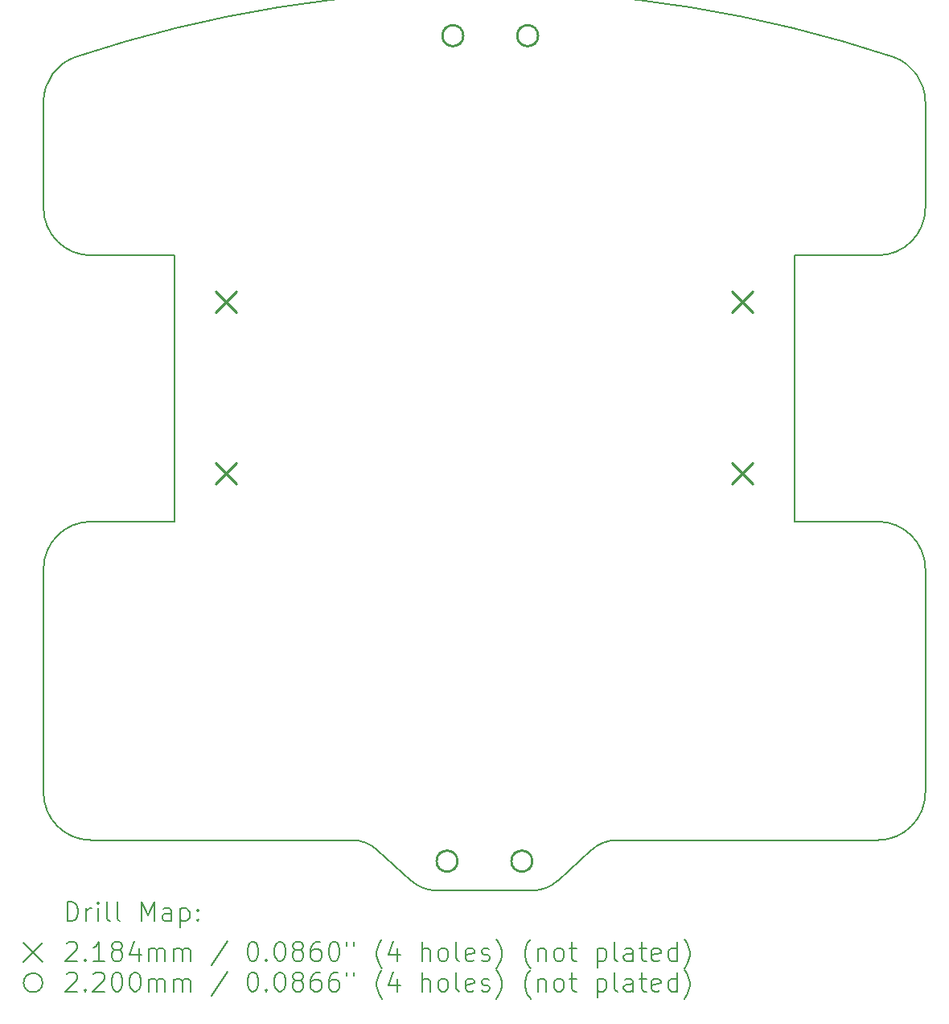
<source format=gbr>
%TF.GenerationSoftware,KiCad,Pcbnew,8.0.6*%
%TF.CreationDate,2025-01-29T21:14:01-08:00*%
%TF.ProjectId,rezq_rev2,72657a71-5f72-4657-9632-2e6b69636164,rev?*%
%TF.SameCoordinates,Original*%
%TF.FileFunction,Drillmap*%
%TF.FilePolarity,Positive*%
%FSLAX45Y45*%
G04 Gerber Fmt 4.5, Leading zero omitted, Abs format (unit mm)*
G04 Created by KiCad (PCBNEW 8.0.6) date 2025-01-29 21:14:01*
%MOMM*%
%LPD*%
G01*
G04 APERTURE LIST*
%ADD10C,0.200000*%
%ADD11C,0.218440*%
%ADD12C,0.220000*%
G04 APERTURE END LIST*
D10*
X24099110Y-15638720D02*
G75*
G02*
X24599110Y-16138720I0J-500000D01*
G01*
X15815360Y-18988720D02*
G75*
G02*
X15315360Y-18488720I0J500000D01*
G01*
X23219110Y-12838720D02*
X24099110Y-12838720D01*
X16695360Y-15638720D02*
X16695360Y-12838720D01*
X20730400Y-19414540D02*
G75*
G02*
X20461159Y-19518719I-269240J295820D01*
G01*
X15815360Y-15638720D02*
X16695360Y-15638720D01*
X24099110Y-15638720D02*
X23219110Y-15638720D01*
X20461159Y-19518720D02*
X19453310Y-19518720D01*
X18830678Y-19092900D02*
X19184582Y-19415006D01*
X15658008Y-10750565D02*
G75*
G02*
X24256462Y-10750565I4299227J-12967076D01*
G01*
X18561440Y-18988720D02*
X15815360Y-18988720D01*
X15315360Y-11225160D02*
G75*
G02*
X15658008Y-10750565I500000J0D01*
G01*
X21354396Y-18988720D02*
X24099110Y-18988720D01*
X16695360Y-12838720D02*
X15815360Y-12838720D01*
X24256462Y-10750565D02*
G75*
G02*
X24599110Y-11225160I-157352J-474595D01*
G01*
X15315360Y-16138720D02*
X15315360Y-18488720D01*
X21083787Y-19092905D02*
G75*
G02*
X21354396Y-18988723I269253J-295835D01*
G01*
X15315360Y-12338720D02*
X15315360Y-11225160D01*
X24599110Y-12338720D02*
G75*
G02*
X24099110Y-12838720I-500000J0D01*
G01*
X15815360Y-12838720D02*
G75*
G02*
X15315360Y-12338720I0J500000D01*
G01*
X24599110Y-12338720D02*
X24599110Y-11225160D01*
X24599110Y-18488720D02*
G75*
G02*
X24099110Y-18988720I-500000J0D01*
G01*
X20730400Y-19414540D02*
X21083787Y-19092905D01*
X15315360Y-16138720D02*
G75*
G02*
X15815360Y-15638720I500000J0D01*
G01*
X18561440Y-18988720D02*
G75*
G02*
X18830677Y-19092900I0J-399990D01*
G01*
X19453310Y-19518720D02*
G75*
G02*
X19184582Y-19415006I0J400000D01*
G01*
X23219110Y-15638720D02*
X23219110Y-12838720D01*
X24599110Y-18488720D02*
X24599110Y-16138720D01*
D11*
X17129540Y-13220700D02*
X17347980Y-13439140D01*
X17347980Y-13220700D02*
X17129540Y-13439140D01*
X17129540Y-15020700D02*
X17347980Y-15239140D01*
X17347980Y-15020700D02*
X17129540Y-15239140D01*
X22563290Y-13220700D02*
X22781730Y-13439140D01*
X22781730Y-13220700D02*
X22563290Y-13439140D01*
X22563290Y-15020700D02*
X22781730Y-15239140D01*
X22781730Y-15020700D02*
X22563290Y-15239140D01*
D12*
X19673530Y-19210000D02*
G75*
G02*
X19453530Y-19210000I-110000J0D01*
G01*
X19453530Y-19210000D02*
G75*
G02*
X19673530Y-19210000I110000J0D01*
G01*
X19734600Y-10529000D02*
G75*
G02*
X19514600Y-10529000I-110000J0D01*
G01*
X19514600Y-10529000D02*
G75*
G02*
X19734600Y-10529000I110000J0D01*
G01*
X20460930Y-19210000D02*
G75*
G02*
X20240930Y-19210000I-110000J0D01*
G01*
X20240930Y-19210000D02*
G75*
G02*
X20460930Y-19210000I110000J0D01*
G01*
X20522000Y-10529000D02*
G75*
G02*
X20302000Y-10529000I-110000J0D01*
G01*
X20302000Y-10529000D02*
G75*
G02*
X20522000Y-10529000I110000J0D01*
G01*
D10*
X15566137Y-19840204D02*
X15566137Y-19640204D01*
X15566137Y-19640204D02*
X15613756Y-19640204D01*
X15613756Y-19640204D02*
X15642327Y-19649728D01*
X15642327Y-19649728D02*
X15661375Y-19668775D01*
X15661375Y-19668775D02*
X15670899Y-19687823D01*
X15670899Y-19687823D02*
X15680422Y-19725918D01*
X15680422Y-19725918D02*
X15680422Y-19754490D01*
X15680422Y-19754490D02*
X15670899Y-19792585D01*
X15670899Y-19792585D02*
X15661375Y-19811632D01*
X15661375Y-19811632D02*
X15642327Y-19830680D01*
X15642327Y-19830680D02*
X15613756Y-19840204D01*
X15613756Y-19840204D02*
X15566137Y-19840204D01*
X15766137Y-19840204D02*
X15766137Y-19706870D01*
X15766137Y-19744966D02*
X15775661Y-19725918D01*
X15775661Y-19725918D02*
X15785184Y-19716394D01*
X15785184Y-19716394D02*
X15804232Y-19706870D01*
X15804232Y-19706870D02*
X15823280Y-19706870D01*
X15889946Y-19840204D02*
X15889946Y-19706870D01*
X15889946Y-19640204D02*
X15880422Y-19649728D01*
X15880422Y-19649728D02*
X15889946Y-19659251D01*
X15889946Y-19659251D02*
X15899470Y-19649728D01*
X15899470Y-19649728D02*
X15889946Y-19640204D01*
X15889946Y-19640204D02*
X15889946Y-19659251D01*
X16013756Y-19840204D02*
X15994708Y-19830680D01*
X15994708Y-19830680D02*
X15985184Y-19811632D01*
X15985184Y-19811632D02*
X15985184Y-19640204D01*
X16118518Y-19840204D02*
X16099470Y-19830680D01*
X16099470Y-19830680D02*
X16089946Y-19811632D01*
X16089946Y-19811632D02*
X16089946Y-19640204D01*
X16347089Y-19840204D02*
X16347089Y-19640204D01*
X16347089Y-19640204D02*
X16413756Y-19783061D01*
X16413756Y-19783061D02*
X16480422Y-19640204D01*
X16480422Y-19640204D02*
X16480422Y-19840204D01*
X16661375Y-19840204D02*
X16661375Y-19735442D01*
X16661375Y-19735442D02*
X16651851Y-19716394D01*
X16651851Y-19716394D02*
X16632803Y-19706870D01*
X16632803Y-19706870D02*
X16594708Y-19706870D01*
X16594708Y-19706870D02*
X16575661Y-19716394D01*
X16661375Y-19830680D02*
X16642327Y-19840204D01*
X16642327Y-19840204D02*
X16594708Y-19840204D01*
X16594708Y-19840204D02*
X16575661Y-19830680D01*
X16575661Y-19830680D02*
X16566137Y-19811632D01*
X16566137Y-19811632D02*
X16566137Y-19792585D01*
X16566137Y-19792585D02*
X16575661Y-19773537D01*
X16575661Y-19773537D02*
X16594708Y-19764013D01*
X16594708Y-19764013D02*
X16642327Y-19764013D01*
X16642327Y-19764013D02*
X16661375Y-19754490D01*
X16756613Y-19706870D02*
X16756613Y-19906870D01*
X16756613Y-19716394D02*
X16775661Y-19706870D01*
X16775661Y-19706870D02*
X16813756Y-19706870D01*
X16813756Y-19706870D02*
X16832804Y-19716394D01*
X16832804Y-19716394D02*
X16842327Y-19725918D01*
X16842327Y-19725918D02*
X16851851Y-19744966D01*
X16851851Y-19744966D02*
X16851851Y-19802109D01*
X16851851Y-19802109D02*
X16842327Y-19821156D01*
X16842327Y-19821156D02*
X16832804Y-19830680D01*
X16832804Y-19830680D02*
X16813756Y-19840204D01*
X16813756Y-19840204D02*
X16775661Y-19840204D01*
X16775661Y-19840204D02*
X16756613Y-19830680D01*
X16937565Y-19821156D02*
X16947089Y-19830680D01*
X16947089Y-19830680D02*
X16937565Y-19840204D01*
X16937565Y-19840204D02*
X16928042Y-19830680D01*
X16928042Y-19830680D02*
X16937565Y-19821156D01*
X16937565Y-19821156D02*
X16937565Y-19840204D01*
X16937565Y-19716394D02*
X16947089Y-19725918D01*
X16947089Y-19725918D02*
X16937565Y-19735442D01*
X16937565Y-19735442D02*
X16928042Y-19725918D01*
X16928042Y-19725918D02*
X16937565Y-19716394D01*
X16937565Y-19716394D02*
X16937565Y-19735442D01*
X15105360Y-20068720D02*
X15305360Y-20268720D01*
X15305360Y-20068720D02*
X15105360Y-20268720D01*
X15556613Y-20079251D02*
X15566137Y-20069728D01*
X15566137Y-20069728D02*
X15585184Y-20060204D01*
X15585184Y-20060204D02*
X15632803Y-20060204D01*
X15632803Y-20060204D02*
X15651851Y-20069728D01*
X15651851Y-20069728D02*
X15661375Y-20079251D01*
X15661375Y-20079251D02*
X15670899Y-20098299D01*
X15670899Y-20098299D02*
X15670899Y-20117347D01*
X15670899Y-20117347D02*
X15661375Y-20145918D01*
X15661375Y-20145918D02*
X15547089Y-20260204D01*
X15547089Y-20260204D02*
X15670899Y-20260204D01*
X15756613Y-20241156D02*
X15766137Y-20250680D01*
X15766137Y-20250680D02*
X15756613Y-20260204D01*
X15756613Y-20260204D02*
X15747089Y-20250680D01*
X15747089Y-20250680D02*
X15756613Y-20241156D01*
X15756613Y-20241156D02*
X15756613Y-20260204D01*
X15956613Y-20260204D02*
X15842327Y-20260204D01*
X15899470Y-20260204D02*
X15899470Y-20060204D01*
X15899470Y-20060204D02*
X15880422Y-20088775D01*
X15880422Y-20088775D02*
X15861375Y-20107823D01*
X15861375Y-20107823D02*
X15842327Y-20117347D01*
X16070899Y-20145918D02*
X16051851Y-20136394D01*
X16051851Y-20136394D02*
X16042327Y-20126870D01*
X16042327Y-20126870D02*
X16032803Y-20107823D01*
X16032803Y-20107823D02*
X16032803Y-20098299D01*
X16032803Y-20098299D02*
X16042327Y-20079251D01*
X16042327Y-20079251D02*
X16051851Y-20069728D01*
X16051851Y-20069728D02*
X16070899Y-20060204D01*
X16070899Y-20060204D02*
X16108994Y-20060204D01*
X16108994Y-20060204D02*
X16128042Y-20069728D01*
X16128042Y-20069728D02*
X16137565Y-20079251D01*
X16137565Y-20079251D02*
X16147089Y-20098299D01*
X16147089Y-20098299D02*
X16147089Y-20107823D01*
X16147089Y-20107823D02*
X16137565Y-20126870D01*
X16137565Y-20126870D02*
X16128042Y-20136394D01*
X16128042Y-20136394D02*
X16108994Y-20145918D01*
X16108994Y-20145918D02*
X16070899Y-20145918D01*
X16070899Y-20145918D02*
X16051851Y-20155442D01*
X16051851Y-20155442D02*
X16042327Y-20164966D01*
X16042327Y-20164966D02*
X16032803Y-20184013D01*
X16032803Y-20184013D02*
X16032803Y-20222109D01*
X16032803Y-20222109D02*
X16042327Y-20241156D01*
X16042327Y-20241156D02*
X16051851Y-20250680D01*
X16051851Y-20250680D02*
X16070899Y-20260204D01*
X16070899Y-20260204D02*
X16108994Y-20260204D01*
X16108994Y-20260204D02*
X16128042Y-20250680D01*
X16128042Y-20250680D02*
X16137565Y-20241156D01*
X16137565Y-20241156D02*
X16147089Y-20222109D01*
X16147089Y-20222109D02*
X16147089Y-20184013D01*
X16147089Y-20184013D02*
X16137565Y-20164966D01*
X16137565Y-20164966D02*
X16128042Y-20155442D01*
X16128042Y-20155442D02*
X16108994Y-20145918D01*
X16318518Y-20126870D02*
X16318518Y-20260204D01*
X16270899Y-20050680D02*
X16223280Y-20193537D01*
X16223280Y-20193537D02*
X16347089Y-20193537D01*
X16423280Y-20260204D02*
X16423280Y-20126870D01*
X16423280Y-20145918D02*
X16432803Y-20136394D01*
X16432803Y-20136394D02*
X16451851Y-20126870D01*
X16451851Y-20126870D02*
X16480423Y-20126870D01*
X16480423Y-20126870D02*
X16499470Y-20136394D01*
X16499470Y-20136394D02*
X16508994Y-20155442D01*
X16508994Y-20155442D02*
X16508994Y-20260204D01*
X16508994Y-20155442D02*
X16518518Y-20136394D01*
X16518518Y-20136394D02*
X16537565Y-20126870D01*
X16537565Y-20126870D02*
X16566137Y-20126870D01*
X16566137Y-20126870D02*
X16585184Y-20136394D01*
X16585184Y-20136394D02*
X16594708Y-20155442D01*
X16594708Y-20155442D02*
X16594708Y-20260204D01*
X16689946Y-20260204D02*
X16689946Y-20126870D01*
X16689946Y-20145918D02*
X16699470Y-20136394D01*
X16699470Y-20136394D02*
X16718518Y-20126870D01*
X16718518Y-20126870D02*
X16747089Y-20126870D01*
X16747089Y-20126870D02*
X16766137Y-20136394D01*
X16766137Y-20136394D02*
X16775661Y-20155442D01*
X16775661Y-20155442D02*
X16775661Y-20260204D01*
X16775661Y-20155442D02*
X16785185Y-20136394D01*
X16785185Y-20136394D02*
X16804232Y-20126870D01*
X16804232Y-20126870D02*
X16832804Y-20126870D01*
X16832804Y-20126870D02*
X16851851Y-20136394D01*
X16851851Y-20136394D02*
X16861375Y-20155442D01*
X16861375Y-20155442D02*
X16861375Y-20260204D01*
X17251851Y-20050680D02*
X17080423Y-20307823D01*
X17508994Y-20060204D02*
X17528042Y-20060204D01*
X17528042Y-20060204D02*
X17547089Y-20069728D01*
X17547089Y-20069728D02*
X17556613Y-20079251D01*
X17556613Y-20079251D02*
X17566137Y-20098299D01*
X17566137Y-20098299D02*
X17575661Y-20136394D01*
X17575661Y-20136394D02*
X17575661Y-20184013D01*
X17575661Y-20184013D02*
X17566137Y-20222109D01*
X17566137Y-20222109D02*
X17556613Y-20241156D01*
X17556613Y-20241156D02*
X17547089Y-20250680D01*
X17547089Y-20250680D02*
X17528042Y-20260204D01*
X17528042Y-20260204D02*
X17508994Y-20260204D01*
X17508994Y-20260204D02*
X17489947Y-20250680D01*
X17489947Y-20250680D02*
X17480423Y-20241156D01*
X17480423Y-20241156D02*
X17470899Y-20222109D01*
X17470899Y-20222109D02*
X17461375Y-20184013D01*
X17461375Y-20184013D02*
X17461375Y-20136394D01*
X17461375Y-20136394D02*
X17470899Y-20098299D01*
X17470899Y-20098299D02*
X17480423Y-20079251D01*
X17480423Y-20079251D02*
X17489947Y-20069728D01*
X17489947Y-20069728D02*
X17508994Y-20060204D01*
X17661375Y-20241156D02*
X17670899Y-20250680D01*
X17670899Y-20250680D02*
X17661375Y-20260204D01*
X17661375Y-20260204D02*
X17651851Y-20250680D01*
X17651851Y-20250680D02*
X17661375Y-20241156D01*
X17661375Y-20241156D02*
X17661375Y-20260204D01*
X17794708Y-20060204D02*
X17813756Y-20060204D01*
X17813756Y-20060204D02*
X17832804Y-20069728D01*
X17832804Y-20069728D02*
X17842328Y-20079251D01*
X17842328Y-20079251D02*
X17851851Y-20098299D01*
X17851851Y-20098299D02*
X17861375Y-20136394D01*
X17861375Y-20136394D02*
X17861375Y-20184013D01*
X17861375Y-20184013D02*
X17851851Y-20222109D01*
X17851851Y-20222109D02*
X17842328Y-20241156D01*
X17842328Y-20241156D02*
X17832804Y-20250680D01*
X17832804Y-20250680D02*
X17813756Y-20260204D01*
X17813756Y-20260204D02*
X17794708Y-20260204D01*
X17794708Y-20260204D02*
X17775661Y-20250680D01*
X17775661Y-20250680D02*
X17766137Y-20241156D01*
X17766137Y-20241156D02*
X17756613Y-20222109D01*
X17756613Y-20222109D02*
X17747089Y-20184013D01*
X17747089Y-20184013D02*
X17747089Y-20136394D01*
X17747089Y-20136394D02*
X17756613Y-20098299D01*
X17756613Y-20098299D02*
X17766137Y-20079251D01*
X17766137Y-20079251D02*
X17775661Y-20069728D01*
X17775661Y-20069728D02*
X17794708Y-20060204D01*
X17975661Y-20145918D02*
X17956613Y-20136394D01*
X17956613Y-20136394D02*
X17947089Y-20126870D01*
X17947089Y-20126870D02*
X17937566Y-20107823D01*
X17937566Y-20107823D02*
X17937566Y-20098299D01*
X17937566Y-20098299D02*
X17947089Y-20079251D01*
X17947089Y-20079251D02*
X17956613Y-20069728D01*
X17956613Y-20069728D02*
X17975661Y-20060204D01*
X17975661Y-20060204D02*
X18013756Y-20060204D01*
X18013756Y-20060204D02*
X18032804Y-20069728D01*
X18032804Y-20069728D02*
X18042328Y-20079251D01*
X18042328Y-20079251D02*
X18051851Y-20098299D01*
X18051851Y-20098299D02*
X18051851Y-20107823D01*
X18051851Y-20107823D02*
X18042328Y-20126870D01*
X18042328Y-20126870D02*
X18032804Y-20136394D01*
X18032804Y-20136394D02*
X18013756Y-20145918D01*
X18013756Y-20145918D02*
X17975661Y-20145918D01*
X17975661Y-20145918D02*
X17956613Y-20155442D01*
X17956613Y-20155442D02*
X17947089Y-20164966D01*
X17947089Y-20164966D02*
X17937566Y-20184013D01*
X17937566Y-20184013D02*
X17937566Y-20222109D01*
X17937566Y-20222109D02*
X17947089Y-20241156D01*
X17947089Y-20241156D02*
X17956613Y-20250680D01*
X17956613Y-20250680D02*
X17975661Y-20260204D01*
X17975661Y-20260204D02*
X18013756Y-20260204D01*
X18013756Y-20260204D02*
X18032804Y-20250680D01*
X18032804Y-20250680D02*
X18042328Y-20241156D01*
X18042328Y-20241156D02*
X18051851Y-20222109D01*
X18051851Y-20222109D02*
X18051851Y-20184013D01*
X18051851Y-20184013D02*
X18042328Y-20164966D01*
X18042328Y-20164966D02*
X18032804Y-20155442D01*
X18032804Y-20155442D02*
X18013756Y-20145918D01*
X18223280Y-20060204D02*
X18185185Y-20060204D01*
X18185185Y-20060204D02*
X18166137Y-20069728D01*
X18166137Y-20069728D02*
X18156613Y-20079251D01*
X18156613Y-20079251D02*
X18137566Y-20107823D01*
X18137566Y-20107823D02*
X18128042Y-20145918D01*
X18128042Y-20145918D02*
X18128042Y-20222109D01*
X18128042Y-20222109D02*
X18137566Y-20241156D01*
X18137566Y-20241156D02*
X18147089Y-20250680D01*
X18147089Y-20250680D02*
X18166137Y-20260204D01*
X18166137Y-20260204D02*
X18204232Y-20260204D01*
X18204232Y-20260204D02*
X18223280Y-20250680D01*
X18223280Y-20250680D02*
X18232804Y-20241156D01*
X18232804Y-20241156D02*
X18242328Y-20222109D01*
X18242328Y-20222109D02*
X18242328Y-20174490D01*
X18242328Y-20174490D02*
X18232804Y-20155442D01*
X18232804Y-20155442D02*
X18223280Y-20145918D01*
X18223280Y-20145918D02*
X18204232Y-20136394D01*
X18204232Y-20136394D02*
X18166137Y-20136394D01*
X18166137Y-20136394D02*
X18147089Y-20145918D01*
X18147089Y-20145918D02*
X18137566Y-20155442D01*
X18137566Y-20155442D02*
X18128042Y-20174490D01*
X18366137Y-20060204D02*
X18385185Y-20060204D01*
X18385185Y-20060204D02*
X18404232Y-20069728D01*
X18404232Y-20069728D02*
X18413756Y-20079251D01*
X18413756Y-20079251D02*
X18423280Y-20098299D01*
X18423280Y-20098299D02*
X18432804Y-20136394D01*
X18432804Y-20136394D02*
X18432804Y-20184013D01*
X18432804Y-20184013D02*
X18423280Y-20222109D01*
X18423280Y-20222109D02*
X18413756Y-20241156D01*
X18413756Y-20241156D02*
X18404232Y-20250680D01*
X18404232Y-20250680D02*
X18385185Y-20260204D01*
X18385185Y-20260204D02*
X18366137Y-20260204D01*
X18366137Y-20260204D02*
X18347089Y-20250680D01*
X18347089Y-20250680D02*
X18337566Y-20241156D01*
X18337566Y-20241156D02*
X18328042Y-20222109D01*
X18328042Y-20222109D02*
X18318518Y-20184013D01*
X18318518Y-20184013D02*
X18318518Y-20136394D01*
X18318518Y-20136394D02*
X18328042Y-20098299D01*
X18328042Y-20098299D02*
X18337566Y-20079251D01*
X18337566Y-20079251D02*
X18347089Y-20069728D01*
X18347089Y-20069728D02*
X18366137Y-20060204D01*
X18508994Y-20060204D02*
X18508994Y-20098299D01*
X18585185Y-20060204D02*
X18585185Y-20098299D01*
X18880423Y-20336394D02*
X18870899Y-20326870D01*
X18870899Y-20326870D02*
X18851851Y-20298299D01*
X18851851Y-20298299D02*
X18842328Y-20279251D01*
X18842328Y-20279251D02*
X18832804Y-20250680D01*
X18832804Y-20250680D02*
X18823280Y-20203061D01*
X18823280Y-20203061D02*
X18823280Y-20164966D01*
X18823280Y-20164966D02*
X18832804Y-20117347D01*
X18832804Y-20117347D02*
X18842328Y-20088775D01*
X18842328Y-20088775D02*
X18851851Y-20069728D01*
X18851851Y-20069728D02*
X18870899Y-20041156D01*
X18870899Y-20041156D02*
X18880423Y-20031632D01*
X19042328Y-20126870D02*
X19042328Y-20260204D01*
X18994709Y-20050680D02*
X18947090Y-20193537D01*
X18947090Y-20193537D02*
X19070899Y-20193537D01*
X19299471Y-20260204D02*
X19299471Y-20060204D01*
X19385185Y-20260204D02*
X19385185Y-20155442D01*
X19385185Y-20155442D02*
X19375661Y-20136394D01*
X19375661Y-20136394D02*
X19356613Y-20126870D01*
X19356613Y-20126870D02*
X19328042Y-20126870D01*
X19328042Y-20126870D02*
X19308994Y-20136394D01*
X19308994Y-20136394D02*
X19299471Y-20145918D01*
X19508994Y-20260204D02*
X19489947Y-20250680D01*
X19489947Y-20250680D02*
X19480423Y-20241156D01*
X19480423Y-20241156D02*
X19470899Y-20222109D01*
X19470899Y-20222109D02*
X19470899Y-20164966D01*
X19470899Y-20164966D02*
X19480423Y-20145918D01*
X19480423Y-20145918D02*
X19489947Y-20136394D01*
X19489947Y-20136394D02*
X19508994Y-20126870D01*
X19508994Y-20126870D02*
X19537566Y-20126870D01*
X19537566Y-20126870D02*
X19556613Y-20136394D01*
X19556613Y-20136394D02*
X19566137Y-20145918D01*
X19566137Y-20145918D02*
X19575661Y-20164966D01*
X19575661Y-20164966D02*
X19575661Y-20222109D01*
X19575661Y-20222109D02*
X19566137Y-20241156D01*
X19566137Y-20241156D02*
X19556613Y-20250680D01*
X19556613Y-20250680D02*
X19537566Y-20260204D01*
X19537566Y-20260204D02*
X19508994Y-20260204D01*
X19689947Y-20260204D02*
X19670899Y-20250680D01*
X19670899Y-20250680D02*
X19661375Y-20231632D01*
X19661375Y-20231632D02*
X19661375Y-20060204D01*
X19842328Y-20250680D02*
X19823280Y-20260204D01*
X19823280Y-20260204D02*
X19785185Y-20260204D01*
X19785185Y-20260204D02*
X19766137Y-20250680D01*
X19766137Y-20250680D02*
X19756613Y-20231632D01*
X19756613Y-20231632D02*
X19756613Y-20155442D01*
X19756613Y-20155442D02*
X19766137Y-20136394D01*
X19766137Y-20136394D02*
X19785185Y-20126870D01*
X19785185Y-20126870D02*
X19823280Y-20126870D01*
X19823280Y-20126870D02*
X19842328Y-20136394D01*
X19842328Y-20136394D02*
X19851852Y-20155442D01*
X19851852Y-20155442D02*
X19851852Y-20174490D01*
X19851852Y-20174490D02*
X19756613Y-20193537D01*
X19928042Y-20250680D02*
X19947090Y-20260204D01*
X19947090Y-20260204D02*
X19985185Y-20260204D01*
X19985185Y-20260204D02*
X20004233Y-20250680D01*
X20004233Y-20250680D02*
X20013756Y-20231632D01*
X20013756Y-20231632D02*
X20013756Y-20222109D01*
X20013756Y-20222109D02*
X20004233Y-20203061D01*
X20004233Y-20203061D02*
X19985185Y-20193537D01*
X19985185Y-20193537D02*
X19956613Y-20193537D01*
X19956613Y-20193537D02*
X19937566Y-20184013D01*
X19937566Y-20184013D02*
X19928042Y-20164966D01*
X19928042Y-20164966D02*
X19928042Y-20155442D01*
X19928042Y-20155442D02*
X19937566Y-20136394D01*
X19937566Y-20136394D02*
X19956613Y-20126870D01*
X19956613Y-20126870D02*
X19985185Y-20126870D01*
X19985185Y-20126870D02*
X20004233Y-20136394D01*
X20080423Y-20336394D02*
X20089947Y-20326870D01*
X20089947Y-20326870D02*
X20108994Y-20298299D01*
X20108994Y-20298299D02*
X20118518Y-20279251D01*
X20118518Y-20279251D02*
X20128042Y-20250680D01*
X20128042Y-20250680D02*
X20137566Y-20203061D01*
X20137566Y-20203061D02*
X20137566Y-20164966D01*
X20137566Y-20164966D02*
X20128042Y-20117347D01*
X20128042Y-20117347D02*
X20118518Y-20088775D01*
X20118518Y-20088775D02*
X20108994Y-20069728D01*
X20108994Y-20069728D02*
X20089947Y-20041156D01*
X20089947Y-20041156D02*
X20080423Y-20031632D01*
X20442328Y-20336394D02*
X20432804Y-20326870D01*
X20432804Y-20326870D02*
X20413756Y-20298299D01*
X20413756Y-20298299D02*
X20404233Y-20279251D01*
X20404233Y-20279251D02*
X20394709Y-20250680D01*
X20394709Y-20250680D02*
X20385185Y-20203061D01*
X20385185Y-20203061D02*
X20385185Y-20164966D01*
X20385185Y-20164966D02*
X20394709Y-20117347D01*
X20394709Y-20117347D02*
X20404233Y-20088775D01*
X20404233Y-20088775D02*
X20413756Y-20069728D01*
X20413756Y-20069728D02*
X20432804Y-20041156D01*
X20432804Y-20041156D02*
X20442328Y-20031632D01*
X20518518Y-20126870D02*
X20518518Y-20260204D01*
X20518518Y-20145918D02*
X20528042Y-20136394D01*
X20528042Y-20136394D02*
X20547090Y-20126870D01*
X20547090Y-20126870D02*
X20575661Y-20126870D01*
X20575661Y-20126870D02*
X20594709Y-20136394D01*
X20594709Y-20136394D02*
X20604233Y-20155442D01*
X20604233Y-20155442D02*
X20604233Y-20260204D01*
X20728042Y-20260204D02*
X20708994Y-20250680D01*
X20708994Y-20250680D02*
X20699471Y-20241156D01*
X20699471Y-20241156D02*
X20689947Y-20222109D01*
X20689947Y-20222109D02*
X20689947Y-20164966D01*
X20689947Y-20164966D02*
X20699471Y-20145918D01*
X20699471Y-20145918D02*
X20708994Y-20136394D01*
X20708994Y-20136394D02*
X20728042Y-20126870D01*
X20728042Y-20126870D02*
X20756614Y-20126870D01*
X20756614Y-20126870D02*
X20775661Y-20136394D01*
X20775661Y-20136394D02*
X20785185Y-20145918D01*
X20785185Y-20145918D02*
X20794709Y-20164966D01*
X20794709Y-20164966D02*
X20794709Y-20222109D01*
X20794709Y-20222109D02*
X20785185Y-20241156D01*
X20785185Y-20241156D02*
X20775661Y-20250680D01*
X20775661Y-20250680D02*
X20756614Y-20260204D01*
X20756614Y-20260204D02*
X20728042Y-20260204D01*
X20851852Y-20126870D02*
X20928042Y-20126870D01*
X20880423Y-20060204D02*
X20880423Y-20231632D01*
X20880423Y-20231632D02*
X20889947Y-20250680D01*
X20889947Y-20250680D02*
X20908994Y-20260204D01*
X20908994Y-20260204D02*
X20928042Y-20260204D01*
X21147090Y-20126870D02*
X21147090Y-20326870D01*
X21147090Y-20136394D02*
X21166137Y-20126870D01*
X21166137Y-20126870D02*
X21204233Y-20126870D01*
X21204233Y-20126870D02*
X21223280Y-20136394D01*
X21223280Y-20136394D02*
X21232804Y-20145918D01*
X21232804Y-20145918D02*
X21242328Y-20164966D01*
X21242328Y-20164966D02*
X21242328Y-20222109D01*
X21242328Y-20222109D02*
X21232804Y-20241156D01*
X21232804Y-20241156D02*
X21223280Y-20250680D01*
X21223280Y-20250680D02*
X21204233Y-20260204D01*
X21204233Y-20260204D02*
X21166137Y-20260204D01*
X21166137Y-20260204D02*
X21147090Y-20250680D01*
X21356614Y-20260204D02*
X21337566Y-20250680D01*
X21337566Y-20250680D02*
X21328042Y-20231632D01*
X21328042Y-20231632D02*
X21328042Y-20060204D01*
X21518518Y-20260204D02*
X21518518Y-20155442D01*
X21518518Y-20155442D02*
X21508995Y-20136394D01*
X21508995Y-20136394D02*
X21489947Y-20126870D01*
X21489947Y-20126870D02*
X21451852Y-20126870D01*
X21451852Y-20126870D02*
X21432804Y-20136394D01*
X21518518Y-20250680D02*
X21499471Y-20260204D01*
X21499471Y-20260204D02*
X21451852Y-20260204D01*
X21451852Y-20260204D02*
X21432804Y-20250680D01*
X21432804Y-20250680D02*
X21423280Y-20231632D01*
X21423280Y-20231632D02*
X21423280Y-20212585D01*
X21423280Y-20212585D02*
X21432804Y-20193537D01*
X21432804Y-20193537D02*
X21451852Y-20184013D01*
X21451852Y-20184013D02*
X21499471Y-20184013D01*
X21499471Y-20184013D02*
X21518518Y-20174490D01*
X21585185Y-20126870D02*
X21661375Y-20126870D01*
X21613756Y-20060204D02*
X21613756Y-20231632D01*
X21613756Y-20231632D02*
X21623280Y-20250680D01*
X21623280Y-20250680D02*
X21642328Y-20260204D01*
X21642328Y-20260204D02*
X21661375Y-20260204D01*
X21804233Y-20250680D02*
X21785185Y-20260204D01*
X21785185Y-20260204D02*
X21747090Y-20260204D01*
X21747090Y-20260204D02*
X21728042Y-20250680D01*
X21728042Y-20250680D02*
X21718518Y-20231632D01*
X21718518Y-20231632D02*
X21718518Y-20155442D01*
X21718518Y-20155442D02*
X21728042Y-20136394D01*
X21728042Y-20136394D02*
X21747090Y-20126870D01*
X21747090Y-20126870D02*
X21785185Y-20126870D01*
X21785185Y-20126870D02*
X21804233Y-20136394D01*
X21804233Y-20136394D02*
X21813756Y-20155442D01*
X21813756Y-20155442D02*
X21813756Y-20174490D01*
X21813756Y-20174490D02*
X21718518Y-20193537D01*
X21985185Y-20260204D02*
X21985185Y-20060204D01*
X21985185Y-20250680D02*
X21966137Y-20260204D01*
X21966137Y-20260204D02*
X21928042Y-20260204D01*
X21928042Y-20260204D02*
X21908995Y-20250680D01*
X21908995Y-20250680D02*
X21899471Y-20241156D01*
X21899471Y-20241156D02*
X21889947Y-20222109D01*
X21889947Y-20222109D02*
X21889947Y-20164966D01*
X21889947Y-20164966D02*
X21899471Y-20145918D01*
X21899471Y-20145918D02*
X21908995Y-20136394D01*
X21908995Y-20136394D02*
X21928042Y-20126870D01*
X21928042Y-20126870D02*
X21966137Y-20126870D01*
X21966137Y-20126870D02*
X21985185Y-20136394D01*
X22061376Y-20336394D02*
X22070899Y-20326870D01*
X22070899Y-20326870D02*
X22089947Y-20298299D01*
X22089947Y-20298299D02*
X22099471Y-20279251D01*
X22099471Y-20279251D02*
X22108995Y-20250680D01*
X22108995Y-20250680D02*
X22118518Y-20203061D01*
X22118518Y-20203061D02*
X22118518Y-20164966D01*
X22118518Y-20164966D02*
X22108995Y-20117347D01*
X22108995Y-20117347D02*
X22099471Y-20088775D01*
X22099471Y-20088775D02*
X22089947Y-20069728D01*
X22089947Y-20069728D02*
X22070899Y-20041156D01*
X22070899Y-20041156D02*
X22061376Y-20031632D01*
X15305360Y-20488720D02*
G75*
G02*
X15105360Y-20488720I-100000J0D01*
G01*
X15105360Y-20488720D02*
G75*
G02*
X15305360Y-20488720I100000J0D01*
G01*
X15556613Y-20399251D02*
X15566137Y-20389728D01*
X15566137Y-20389728D02*
X15585184Y-20380204D01*
X15585184Y-20380204D02*
X15632803Y-20380204D01*
X15632803Y-20380204D02*
X15651851Y-20389728D01*
X15651851Y-20389728D02*
X15661375Y-20399251D01*
X15661375Y-20399251D02*
X15670899Y-20418299D01*
X15670899Y-20418299D02*
X15670899Y-20437347D01*
X15670899Y-20437347D02*
X15661375Y-20465918D01*
X15661375Y-20465918D02*
X15547089Y-20580204D01*
X15547089Y-20580204D02*
X15670899Y-20580204D01*
X15756613Y-20561156D02*
X15766137Y-20570680D01*
X15766137Y-20570680D02*
X15756613Y-20580204D01*
X15756613Y-20580204D02*
X15747089Y-20570680D01*
X15747089Y-20570680D02*
X15756613Y-20561156D01*
X15756613Y-20561156D02*
X15756613Y-20580204D01*
X15842327Y-20399251D02*
X15851851Y-20389728D01*
X15851851Y-20389728D02*
X15870899Y-20380204D01*
X15870899Y-20380204D02*
X15918518Y-20380204D01*
X15918518Y-20380204D02*
X15937565Y-20389728D01*
X15937565Y-20389728D02*
X15947089Y-20399251D01*
X15947089Y-20399251D02*
X15956613Y-20418299D01*
X15956613Y-20418299D02*
X15956613Y-20437347D01*
X15956613Y-20437347D02*
X15947089Y-20465918D01*
X15947089Y-20465918D02*
X15832803Y-20580204D01*
X15832803Y-20580204D02*
X15956613Y-20580204D01*
X16080422Y-20380204D02*
X16099470Y-20380204D01*
X16099470Y-20380204D02*
X16118518Y-20389728D01*
X16118518Y-20389728D02*
X16128042Y-20399251D01*
X16128042Y-20399251D02*
X16137565Y-20418299D01*
X16137565Y-20418299D02*
X16147089Y-20456394D01*
X16147089Y-20456394D02*
X16147089Y-20504013D01*
X16147089Y-20504013D02*
X16137565Y-20542109D01*
X16137565Y-20542109D02*
X16128042Y-20561156D01*
X16128042Y-20561156D02*
X16118518Y-20570680D01*
X16118518Y-20570680D02*
X16099470Y-20580204D01*
X16099470Y-20580204D02*
X16080422Y-20580204D01*
X16080422Y-20580204D02*
X16061375Y-20570680D01*
X16061375Y-20570680D02*
X16051851Y-20561156D01*
X16051851Y-20561156D02*
X16042327Y-20542109D01*
X16042327Y-20542109D02*
X16032803Y-20504013D01*
X16032803Y-20504013D02*
X16032803Y-20456394D01*
X16032803Y-20456394D02*
X16042327Y-20418299D01*
X16042327Y-20418299D02*
X16051851Y-20399251D01*
X16051851Y-20399251D02*
X16061375Y-20389728D01*
X16061375Y-20389728D02*
X16080422Y-20380204D01*
X16270899Y-20380204D02*
X16289946Y-20380204D01*
X16289946Y-20380204D02*
X16308994Y-20389728D01*
X16308994Y-20389728D02*
X16318518Y-20399251D01*
X16318518Y-20399251D02*
X16328042Y-20418299D01*
X16328042Y-20418299D02*
X16337565Y-20456394D01*
X16337565Y-20456394D02*
X16337565Y-20504013D01*
X16337565Y-20504013D02*
X16328042Y-20542109D01*
X16328042Y-20542109D02*
X16318518Y-20561156D01*
X16318518Y-20561156D02*
X16308994Y-20570680D01*
X16308994Y-20570680D02*
X16289946Y-20580204D01*
X16289946Y-20580204D02*
X16270899Y-20580204D01*
X16270899Y-20580204D02*
X16251851Y-20570680D01*
X16251851Y-20570680D02*
X16242327Y-20561156D01*
X16242327Y-20561156D02*
X16232803Y-20542109D01*
X16232803Y-20542109D02*
X16223280Y-20504013D01*
X16223280Y-20504013D02*
X16223280Y-20456394D01*
X16223280Y-20456394D02*
X16232803Y-20418299D01*
X16232803Y-20418299D02*
X16242327Y-20399251D01*
X16242327Y-20399251D02*
X16251851Y-20389728D01*
X16251851Y-20389728D02*
X16270899Y-20380204D01*
X16423280Y-20580204D02*
X16423280Y-20446870D01*
X16423280Y-20465918D02*
X16432803Y-20456394D01*
X16432803Y-20456394D02*
X16451851Y-20446870D01*
X16451851Y-20446870D02*
X16480423Y-20446870D01*
X16480423Y-20446870D02*
X16499470Y-20456394D01*
X16499470Y-20456394D02*
X16508994Y-20475442D01*
X16508994Y-20475442D02*
X16508994Y-20580204D01*
X16508994Y-20475442D02*
X16518518Y-20456394D01*
X16518518Y-20456394D02*
X16537565Y-20446870D01*
X16537565Y-20446870D02*
X16566137Y-20446870D01*
X16566137Y-20446870D02*
X16585184Y-20456394D01*
X16585184Y-20456394D02*
X16594708Y-20475442D01*
X16594708Y-20475442D02*
X16594708Y-20580204D01*
X16689946Y-20580204D02*
X16689946Y-20446870D01*
X16689946Y-20465918D02*
X16699470Y-20456394D01*
X16699470Y-20456394D02*
X16718518Y-20446870D01*
X16718518Y-20446870D02*
X16747089Y-20446870D01*
X16747089Y-20446870D02*
X16766137Y-20456394D01*
X16766137Y-20456394D02*
X16775661Y-20475442D01*
X16775661Y-20475442D02*
X16775661Y-20580204D01*
X16775661Y-20475442D02*
X16785185Y-20456394D01*
X16785185Y-20456394D02*
X16804232Y-20446870D01*
X16804232Y-20446870D02*
X16832804Y-20446870D01*
X16832804Y-20446870D02*
X16851851Y-20456394D01*
X16851851Y-20456394D02*
X16861375Y-20475442D01*
X16861375Y-20475442D02*
X16861375Y-20580204D01*
X17251851Y-20370680D02*
X17080423Y-20627823D01*
X17508994Y-20380204D02*
X17528042Y-20380204D01*
X17528042Y-20380204D02*
X17547089Y-20389728D01*
X17547089Y-20389728D02*
X17556613Y-20399251D01*
X17556613Y-20399251D02*
X17566137Y-20418299D01*
X17566137Y-20418299D02*
X17575661Y-20456394D01*
X17575661Y-20456394D02*
X17575661Y-20504013D01*
X17575661Y-20504013D02*
X17566137Y-20542109D01*
X17566137Y-20542109D02*
X17556613Y-20561156D01*
X17556613Y-20561156D02*
X17547089Y-20570680D01*
X17547089Y-20570680D02*
X17528042Y-20580204D01*
X17528042Y-20580204D02*
X17508994Y-20580204D01*
X17508994Y-20580204D02*
X17489947Y-20570680D01*
X17489947Y-20570680D02*
X17480423Y-20561156D01*
X17480423Y-20561156D02*
X17470899Y-20542109D01*
X17470899Y-20542109D02*
X17461375Y-20504013D01*
X17461375Y-20504013D02*
X17461375Y-20456394D01*
X17461375Y-20456394D02*
X17470899Y-20418299D01*
X17470899Y-20418299D02*
X17480423Y-20399251D01*
X17480423Y-20399251D02*
X17489947Y-20389728D01*
X17489947Y-20389728D02*
X17508994Y-20380204D01*
X17661375Y-20561156D02*
X17670899Y-20570680D01*
X17670899Y-20570680D02*
X17661375Y-20580204D01*
X17661375Y-20580204D02*
X17651851Y-20570680D01*
X17651851Y-20570680D02*
X17661375Y-20561156D01*
X17661375Y-20561156D02*
X17661375Y-20580204D01*
X17794708Y-20380204D02*
X17813756Y-20380204D01*
X17813756Y-20380204D02*
X17832804Y-20389728D01*
X17832804Y-20389728D02*
X17842328Y-20399251D01*
X17842328Y-20399251D02*
X17851851Y-20418299D01*
X17851851Y-20418299D02*
X17861375Y-20456394D01*
X17861375Y-20456394D02*
X17861375Y-20504013D01*
X17861375Y-20504013D02*
X17851851Y-20542109D01*
X17851851Y-20542109D02*
X17842328Y-20561156D01*
X17842328Y-20561156D02*
X17832804Y-20570680D01*
X17832804Y-20570680D02*
X17813756Y-20580204D01*
X17813756Y-20580204D02*
X17794708Y-20580204D01*
X17794708Y-20580204D02*
X17775661Y-20570680D01*
X17775661Y-20570680D02*
X17766137Y-20561156D01*
X17766137Y-20561156D02*
X17756613Y-20542109D01*
X17756613Y-20542109D02*
X17747089Y-20504013D01*
X17747089Y-20504013D02*
X17747089Y-20456394D01*
X17747089Y-20456394D02*
X17756613Y-20418299D01*
X17756613Y-20418299D02*
X17766137Y-20399251D01*
X17766137Y-20399251D02*
X17775661Y-20389728D01*
X17775661Y-20389728D02*
X17794708Y-20380204D01*
X17975661Y-20465918D02*
X17956613Y-20456394D01*
X17956613Y-20456394D02*
X17947089Y-20446870D01*
X17947089Y-20446870D02*
X17937566Y-20427823D01*
X17937566Y-20427823D02*
X17937566Y-20418299D01*
X17937566Y-20418299D02*
X17947089Y-20399251D01*
X17947089Y-20399251D02*
X17956613Y-20389728D01*
X17956613Y-20389728D02*
X17975661Y-20380204D01*
X17975661Y-20380204D02*
X18013756Y-20380204D01*
X18013756Y-20380204D02*
X18032804Y-20389728D01*
X18032804Y-20389728D02*
X18042328Y-20399251D01*
X18042328Y-20399251D02*
X18051851Y-20418299D01*
X18051851Y-20418299D02*
X18051851Y-20427823D01*
X18051851Y-20427823D02*
X18042328Y-20446870D01*
X18042328Y-20446870D02*
X18032804Y-20456394D01*
X18032804Y-20456394D02*
X18013756Y-20465918D01*
X18013756Y-20465918D02*
X17975661Y-20465918D01*
X17975661Y-20465918D02*
X17956613Y-20475442D01*
X17956613Y-20475442D02*
X17947089Y-20484966D01*
X17947089Y-20484966D02*
X17937566Y-20504013D01*
X17937566Y-20504013D02*
X17937566Y-20542109D01*
X17937566Y-20542109D02*
X17947089Y-20561156D01*
X17947089Y-20561156D02*
X17956613Y-20570680D01*
X17956613Y-20570680D02*
X17975661Y-20580204D01*
X17975661Y-20580204D02*
X18013756Y-20580204D01*
X18013756Y-20580204D02*
X18032804Y-20570680D01*
X18032804Y-20570680D02*
X18042328Y-20561156D01*
X18042328Y-20561156D02*
X18051851Y-20542109D01*
X18051851Y-20542109D02*
X18051851Y-20504013D01*
X18051851Y-20504013D02*
X18042328Y-20484966D01*
X18042328Y-20484966D02*
X18032804Y-20475442D01*
X18032804Y-20475442D02*
X18013756Y-20465918D01*
X18223280Y-20380204D02*
X18185185Y-20380204D01*
X18185185Y-20380204D02*
X18166137Y-20389728D01*
X18166137Y-20389728D02*
X18156613Y-20399251D01*
X18156613Y-20399251D02*
X18137566Y-20427823D01*
X18137566Y-20427823D02*
X18128042Y-20465918D01*
X18128042Y-20465918D02*
X18128042Y-20542109D01*
X18128042Y-20542109D02*
X18137566Y-20561156D01*
X18137566Y-20561156D02*
X18147089Y-20570680D01*
X18147089Y-20570680D02*
X18166137Y-20580204D01*
X18166137Y-20580204D02*
X18204232Y-20580204D01*
X18204232Y-20580204D02*
X18223280Y-20570680D01*
X18223280Y-20570680D02*
X18232804Y-20561156D01*
X18232804Y-20561156D02*
X18242328Y-20542109D01*
X18242328Y-20542109D02*
X18242328Y-20494490D01*
X18242328Y-20494490D02*
X18232804Y-20475442D01*
X18232804Y-20475442D02*
X18223280Y-20465918D01*
X18223280Y-20465918D02*
X18204232Y-20456394D01*
X18204232Y-20456394D02*
X18166137Y-20456394D01*
X18166137Y-20456394D02*
X18147089Y-20465918D01*
X18147089Y-20465918D02*
X18137566Y-20475442D01*
X18137566Y-20475442D02*
X18128042Y-20494490D01*
X18413756Y-20380204D02*
X18375661Y-20380204D01*
X18375661Y-20380204D02*
X18356613Y-20389728D01*
X18356613Y-20389728D02*
X18347089Y-20399251D01*
X18347089Y-20399251D02*
X18328042Y-20427823D01*
X18328042Y-20427823D02*
X18318518Y-20465918D01*
X18318518Y-20465918D02*
X18318518Y-20542109D01*
X18318518Y-20542109D02*
X18328042Y-20561156D01*
X18328042Y-20561156D02*
X18337566Y-20570680D01*
X18337566Y-20570680D02*
X18356613Y-20580204D01*
X18356613Y-20580204D02*
X18394709Y-20580204D01*
X18394709Y-20580204D02*
X18413756Y-20570680D01*
X18413756Y-20570680D02*
X18423280Y-20561156D01*
X18423280Y-20561156D02*
X18432804Y-20542109D01*
X18432804Y-20542109D02*
X18432804Y-20494490D01*
X18432804Y-20494490D02*
X18423280Y-20475442D01*
X18423280Y-20475442D02*
X18413756Y-20465918D01*
X18413756Y-20465918D02*
X18394709Y-20456394D01*
X18394709Y-20456394D02*
X18356613Y-20456394D01*
X18356613Y-20456394D02*
X18337566Y-20465918D01*
X18337566Y-20465918D02*
X18328042Y-20475442D01*
X18328042Y-20475442D02*
X18318518Y-20494490D01*
X18508994Y-20380204D02*
X18508994Y-20418299D01*
X18585185Y-20380204D02*
X18585185Y-20418299D01*
X18880423Y-20656394D02*
X18870899Y-20646870D01*
X18870899Y-20646870D02*
X18851851Y-20618299D01*
X18851851Y-20618299D02*
X18842328Y-20599251D01*
X18842328Y-20599251D02*
X18832804Y-20570680D01*
X18832804Y-20570680D02*
X18823280Y-20523061D01*
X18823280Y-20523061D02*
X18823280Y-20484966D01*
X18823280Y-20484966D02*
X18832804Y-20437347D01*
X18832804Y-20437347D02*
X18842328Y-20408775D01*
X18842328Y-20408775D02*
X18851851Y-20389728D01*
X18851851Y-20389728D02*
X18870899Y-20361156D01*
X18870899Y-20361156D02*
X18880423Y-20351632D01*
X19042328Y-20446870D02*
X19042328Y-20580204D01*
X18994709Y-20370680D02*
X18947090Y-20513537D01*
X18947090Y-20513537D02*
X19070899Y-20513537D01*
X19299471Y-20580204D02*
X19299471Y-20380204D01*
X19385185Y-20580204D02*
X19385185Y-20475442D01*
X19385185Y-20475442D02*
X19375661Y-20456394D01*
X19375661Y-20456394D02*
X19356613Y-20446870D01*
X19356613Y-20446870D02*
X19328042Y-20446870D01*
X19328042Y-20446870D02*
X19308994Y-20456394D01*
X19308994Y-20456394D02*
X19299471Y-20465918D01*
X19508994Y-20580204D02*
X19489947Y-20570680D01*
X19489947Y-20570680D02*
X19480423Y-20561156D01*
X19480423Y-20561156D02*
X19470899Y-20542109D01*
X19470899Y-20542109D02*
X19470899Y-20484966D01*
X19470899Y-20484966D02*
X19480423Y-20465918D01*
X19480423Y-20465918D02*
X19489947Y-20456394D01*
X19489947Y-20456394D02*
X19508994Y-20446870D01*
X19508994Y-20446870D02*
X19537566Y-20446870D01*
X19537566Y-20446870D02*
X19556613Y-20456394D01*
X19556613Y-20456394D02*
X19566137Y-20465918D01*
X19566137Y-20465918D02*
X19575661Y-20484966D01*
X19575661Y-20484966D02*
X19575661Y-20542109D01*
X19575661Y-20542109D02*
X19566137Y-20561156D01*
X19566137Y-20561156D02*
X19556613Y-20570680D01*
X19556613Y-20570680D02*
X19537566Y-20580204D01*
X19537566Y-20580204D02*
X19508994Y-20580204D01*
X19689947Y-20580204D02*
X19670899Y-20570680D01*
X19670899Y-20570680D02*
X19661375Y-20551632D01*
X19661375Y-20551632D02*
X19661375Y-20380204D01*
X19842328Y-20570680D02*
X19823280Y-20580204D01*
X19823280Y-20580204D02*
X19785185Y-20580204D01*
X19785185Y-20580204D02*
X19766137Y-20570680D01*
X19766137Y-20570680D02*
X19756613Y-20551632D01*
X19756613Y-20551632D02*
X19756613Y-20475442D01*
X19756613Y-20475442D02*
X19766137Y-20456394D01*
X19766137Y-20456394D02*
X19785185Y-20446870D01*
X19785185Y-20446870D02*
X19823280Y-20446870D01*
X19823280Y-20446870D02*
X19842328Y-20456394D01*
X19842328Y-20456394D02*
X19851852Y-20475442D01*
X19851852Y-20475442D02*
X19851852Y-20494490D01*
X19851852Y-20494490D02*
X19756613Y-20513537D01*
X19928042Y-20570680D02*
X19947090Y-20580204D01*
X19947090Y-20580204D02*
X19985185Y-20580204D01*
X19985185Y-20580204D02*
X20004233Y-20570680D01*
X20004233Y-20570680D02*
X20013756Y-20551632D01*
X20013756Y-20551632D02*
X20013756Y-20542109D01*
X20013756Y-20542109D02*
X20004233Y-20523061D01*
X20004233Y-20523061D02*
X19985185Y-20513537D01*
X19985185Y-20513537D02*
X19956613Y-20513537D01*
X19956613Y-20513537D02*
X19937566Y-20504013D01*
X19937566Y-20504013D02*
X19928042Y-20484966D01*
X19928042Y-20484966D02*
X19928042Y-20475442D01*
X19928042Y-20475442D02*
X19937566Y-20456394D01*
X19937566Y-20456394D02*
X19956613Y-20446870D01*
X19956613Y-20446870D02*
X19985185Y-20446870D01*
X19985185Y-20446870D02*
X20004233Y-20456394D01*
X20080423Y-20656394D02*
X20089947Y-20646870D01*
X20089947Y-20646870D02*
X20108994Y-20618299D01*
X20108994Y-20618299D02*
X20118518Y-20599251D01*
X20118518Y-20599251D02*
X20128042Y-20570680D01*
X20128042Y-20570680D02*
X20137566Y-20523061D01*
X20137566Y-20523061D02*
X20137566Y-20484966D01*
X20137566Y-20484966D02*
X20128042Y-20437347D01*
X20128042Y-20437347D02*
X20118518Y-20408775D01*
X20118518Y-20408775D02*
X20108994Y-20389728D01*
X20108994Y-20389728D02*
X20089947Y-20361156D01*
X20089947Y-20361156D02*
X20080423Y-20351632D01*
X20442328Y-20656394D02*
X20432804Y-20646870D01*
X20432804Y-20646870D02*
X20413756Y-20618299D01*
X20413756Y-20618299D02*
X20404233Y-20599251D01*
X20404233Y-20599251D02*
X20394709Y-20570680D01*
X20394709Y-20570680D02*
X20385185Y-20523061D01*
X20385185Y-20523061D02*
X20385185Y-20484966D01*
X20385185Y-20484966D02*
X20394709Y-20437347D01*
X20394709Y-20437347D02*
X20404233Y-20408775D01*
X20404233Y-20408775D02*
X20413756Y-20389728D01*
X20413756Y-20389728D02*
X20432804Y-20361156D01*
X20432804Y-20361156D02*
X20442328Y-20351632D01*
X20518518Y-20446870D02*
X20518518Y-20580204D01*
X20518518Y-20465918D02*
X20528042Y-20456394D01*
X20528042Y-20456394D02*
X20547090Y-20446870D01*
X20547090Y-20446870D02*
X20575661Y-20446870D01*
X20575661Y-20446870D02*
X20594709Y-20456394D01*
X20594709Y-20456394D02*
X20604233Y-20475442D01*
X20604233Y-20475442D02*
X20604233Y-20580204D01*
X20728042Y-20580204D02*
X20708994Y-20570680D01*
X20708994Y-20570680D02*
X20699471Y-20561156D01*
X20699471Y-20561156D02*
X20689947Y-20542109D01*
X20689947Y-20542109D02*
X20689947Y-20484966D01*
X20689947Y-20484966D02*
X20699471Y-20465918D01*
X20699471Y-20465918D02*
X20708994Y-20456394D01*
X20708994Y-20456394D02*
X20728042Y-20446870D01*
X20728042Y-20446870D02*
X20756614Y-20446870D01*
X20756614Y-20446870D02*
X20775661Y-20456394D01*
X20775661Y-20456394D02*
X20785185Y-20465918D01*
X20785185Y-20465918D02*
X20794709Y-20484966D01*
X20794709Y-20484966D02*
X20794709Y-20542109D01*
X20794709Y-20542109D02*
X20785185Y-20561156D01*
X20785185Y-20561156D02*
X20775661Y-20570680D01*
X20775661Y-20570680D02*
X20756614Y-20580204D01*
X20756614Y-20580204D02*
X20728042Y-20580204D01*
X20851852Y-20446870D02*
X20928042Y-20446870D01*
X20880423Y-20380204D02*
X20880423Y-20551632D01*
X20880423Y-20551632D02*
X20889947Y-20570680D01*
X20889947Y-20570680D02*
X20908994Y-20580204D01*
X20908994Y-20580204D02*
X20928042Y-20580204D01*
X21147090Y-20446870D02*
X21147090Y-20646870D01*
X21147090Y-20456394D02*
X21166137Y-20446870D01*
X21166137Y-20446870D02*
X21204233Y-20446870D01*
X21204233Y-20446870D02*
X21223280Y-20456394D01*
X21223280Y-20456394D02*
X21232804Y-20465918D01*
X21232804Y-20465918D02*
X21242328Y-20484966D01*
X21242328Y-20484966D02*
X21242328Y-20542109D01*
X21242328Y-20542109D02*
X21232804Y-20561156D01*
X21232804Y-20561156D02*
X21223280Y-20570680D01*
X21223280Y-20570680D02*
X21204233Y-20580204D01*
X21204233Y-20580204D02*
X21166137Y-20580204D01*
X21166137Y-20580204D02*
X21147090Y-20570680D01*
X21356614Y-20580204D02*
X21337566Y-20570680D01*
X21337566Y-20570680D02*
X21328042Y-20551632D01*
X21328042Y-20551632D02*
X21328042Y-20380204D01*
X21518518Y-20580204D02*
X21518518Y-20475442D01*
X21518518Y-20475442D02*
X21508995Y-20456394D01*
X21508995Y-20456394D02*
X21489947Y-20446870D01*
X21489947Y-20446870D02*
X21451852Y-20446870D01*
X21451852Y-20446870D02*
X21432804Y-20456394D01*
X21518518Y-20570680D02*
X21499471Y-20580204D01*
X21499471Y-20580204D02*
X21451852Y-20580204D01*
X21451852Y-20580204D02*
X21432804Y-20570680D01*
X21432804Y-20570680D02*
X21423280Y-20551632D01*
X21423280Y-20551632D02*
X21423280Y-20532585D01*
X21423280Y-20532585D02*
X21432804Y-20513537D01*
X21432804Y-20513537D02*
X21451852Y-20504013D01*
X21451852Y-20504013D02*
X21499471Y-20504013D01*
X21499471Y-20504013D02*
X21518518Y-20494490D01*
X21585185Y-20446870D02*
X21661375Y-20446870D01*
X21613756Y-20380204D02*
X21613756Y-20551632D01*
X21613756Y-20551632D02*
X21623280Y-20570680D01*
X21623280Y-20570680D02*
X21642328Y-20580204D01*
X21642328Y-20580204D02*
X21661375Y-20580204D01*
X21804233Y-20570680D02*
X21785185Y-20580204D01*
X21785185Y-20580204D02*
X21747090Y-20580204D01*
X21747090Y-20580204D02*
X21728042Y-20570680D01*
X21728042Y-20570680D02*
X21718518Y-20551632D01*
X21718518Y-20551632D02*
X21718518Y-20475442D01*
X21718518Y-20475442D02*
X21728042Y-20456394D01*
X21728042Y-20456394D02*
X21747090Y-20446870D01*
X21747090Y-20446870D02*
X21785185Y-20446870D01*
X21785185Y-20446870D02*
X21804233Y-20456394D01*
X21804233Y-20456394D02*
X21813756Y-20475442D01*
X21813756Y-20475442D02*
X21813756Y-20494490D01*
X21813756Y-20494490D02*
X21718518Y-20513537D01*
X21985185Y-20580204D02*
X21985185Y-20380204D01*
X21985185Y-20570680D02*
X21966137Y-20580204D01*
X21966137Y-20580204D02*
X21928042Y-20580204D01*
X21928042Y-20580204D02*
X21908995Y-20570680D01*
X21908995Y-20570680D02*
X21899471Y-20561156D01*
X21899471Y-20561156D02*
X21889947Y-20542109D01*
X21889947Y-20542109D02*
X21889947Y-20484966D01*
X21889947Y-20484966D02*
X21899471Y-20465918D01*
X21899471Y-20465918D02*
X21908995Y-20456394D01*
X21908995Y-20456394D02*
X21928042Y-20446870D01*
X21928042Y-20446870D02*
X21966137Y-20446870D01*
X21966137Y-20446870D02*
X21985185Y-20456394D01*
X22061376Y-20656394D02*
X22070899Y-20646870D01*
X22070899Y-20646870D02*
X22089947Y-20618299D01*
X22089947Y-20618299D02*
X22099471Y-20599251D01*
X22099471Y-20599251D02*
X22108995Y-20570680D01*
X22108995Y-20570680D02*
X22118518Y-20523061D01*
X22118518Y-20523061D02*
X22118518Y-20484966D01*
X22118518Y-20484966D02*
X22108995Y-20437347D01*
X22108995Y-20437347D02*
X22099471Y-20408775D01*
X22099471Y-20408775D02*
X22089947Y-20389728D01*
X22089947Y-20389728D02*
X22070899Y-20361156D01*
X22070899Y-20361156D02*
X22061376Y-20351632D01*
M02*

</source>
